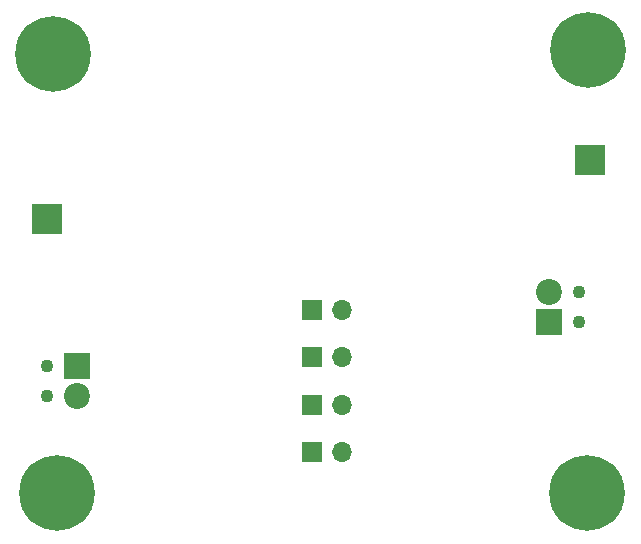
<source format=gbr>
%TF.GenerationSoftware,KiCad,Pcbnew,7.0.1*%
%TF.CreationDate,2023-04-11T14:03:01+02:00*%
%TF.ProjectId,sistabossen,73697374-6162-46f7-9373-656e2e6b6963,rev?*%
%TF.SameCoordinates,Original*%
%TF.FileFunction,Soldermask,Bot*%
%TF.FilePolarity,Negative*%
%FSLAX46Y46*%
G04 Gerber Fmt 4.6, Leading zero omitted, Abs format (unit mm)*
G04 Created by KiCad (PCBNEW 7.0.1) date 2023-04-11 14:03:01*
%MOMM*%
%LPD*%
G01*
G04 APERTURE LIST*
%ADD10C,1.100000*%
%ADD11R,2.200000X2.200000*%
%ADD12C,2.200000*%
%ADD13R,1.700000X1.700000*%
%ADD14O,1.700000X1.700000*%
%ADD15R,2.500000X2.500000*%
%ADD16C,0.800000*%
%ADD17C,6.400000*%
G04 APERTURE END LIST*
D10*
%TO.C,J2*%
X70460000Y-70427056D03*
X70460000Y-72967056D03*
D11*
X73000000Y-70427056D03*
D12*
X73000000Y-72967056D03*
%TD*%
D13*
%TO.C,J3*%
X92960000Y-65697056D03*
D14*
X95500000Y-65697056D03*
%TD*%
D13*
%TO.C,J5*%
X92960000Y-73697056D03*
D14*
X95500000Y-73697056D03*
%TD*%
D13*
%TO.C,J6*%
X92960000Y-77697056D03*
D14*
X95500000Y-77697056D03*
%TD*%
D13*
%TO.C,J4*%
X92960000Y-69697056D03*
D14*
X95500000Y-69697056D03*
%TD*%
D10*
%TO.C,J1*%
X115500000Y-66737056D03*
X115500000Y-64197056D03*
D11*
X112960000Y-66737056D03*
D12*
X112960000Y-64197056D03*
%TD*%
D15*
%TO.C,TP3*%
X70500000Y-58000000D03*
%TD*%
D16*
%TO.C,H3*%
X113797056Y-81197056D03*
X114500000Y-79500000D03*
X114500000Y-82894112D03*
X116197056Y-78797056D03*
D17*
X116197056Y-81197056D03*
D16*
X116197056Y-83597056D03*
X117894112Y-79500000D03*
X117894112Y-82894112D03*
X118597056Y-81197056D03*
%TD*%
%TO.C,H2*%
X113902944Y-43697056D03*
X114605888Y-42000000D03*
X114605888Y-45394112D03*
X116302944Y-41297056D03*
D17*
X116302944Y-43697056D03*
D16*
X116302944Y-46097056D03*
X118000000Y-42000000D03*
X118000000Y-45394112D03*
X118702944Y-43697056D03*
%TD*%
D15*
%TO.C,TP1*%
X116500000Y-53000000D03*
%TD*%
D16*
%TO.C,H1*%
X68600000Y-44000000D03*
X69302944Y-42302944D03*
X69302944Y-45697056D03*
X71000000Y-41600000D03*
D17*
X71000000Y-44000000D03*
D16*
X71000000Y-46400000D03*
X72697056Y-42302944D03*
X72697056Y-45697056D03*
X73400000Y-44000000D03*
%TD*%
%TO.C,H4*%
X68902944Y-81197056D03*
X69605888Y-79500000D03*
X69605888Y-82894112D03*
X71302944Y-78797056D03*
D17*
X71302944Y-81197056D03*
D16*
X71302944Y-83597056D03*
X73000000Y-79500000D03*
X73000000Y-82894112D03*
X73702944Y-81197056D03*
%TD*%
M02*

</source>
